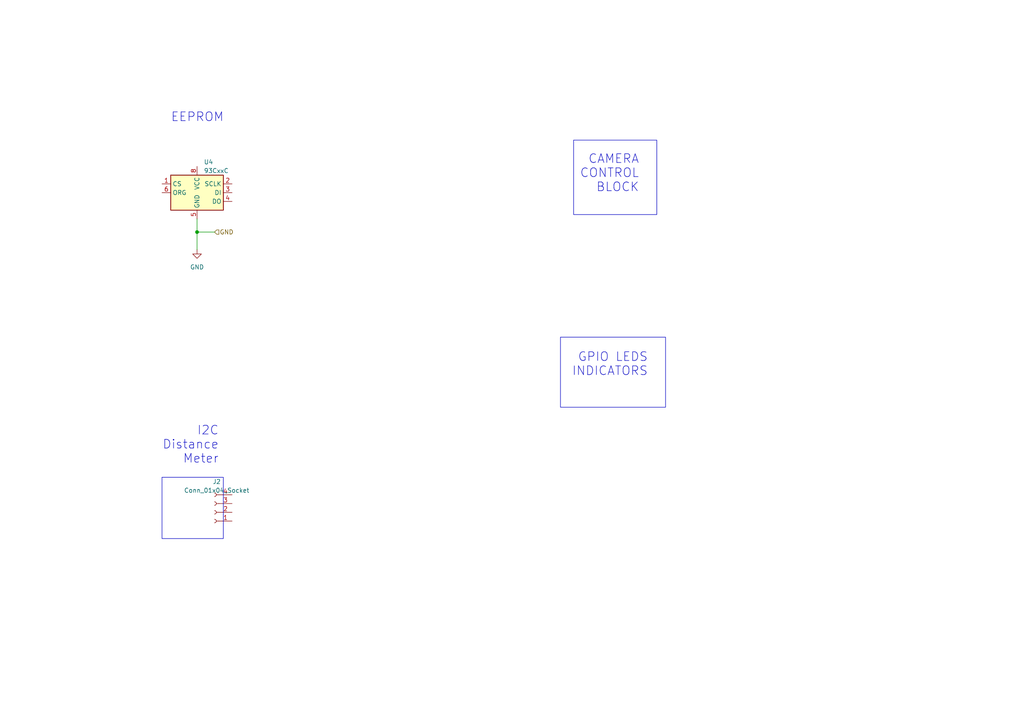
<source format=kicad_sch>
(kicad_sch (version 20230121) (generator eeschema)
  (paper "A4")
  (lib_symbols
    (symbol "Connector:Conn_01x04_Socket" (pin_names (offset 1.016) hide)
      (property "Reference" "J" (at 0 5.08 0))
      (property "Value" "Conn_01x04_Socket" (at 0 -7.62 0))
      (symbol "Conn_01x04_Socket_1_1"
        (arc (start 0 -4.572) (mid -0.5058 -5.08) (end 0 -5.588) (stroke (width 0.1524)))
        (arc (start 0 -2.032) (mid -0.5058 -2.54) (end 0 -3.048) (stroke (width 0.1524)))
        (polyline (pts (xy -1.27 -5.08) (xy -0.508 -5.08)) (stroke (width 0.1524)))
        (polyline (pts (xy -1.27 -2.54) (xy -0.508 -2.54)) (stroke (width 0.1524)))
        (polyline (pts (xy -1.27 0) (xy -0.508 0)) (stroke (width 0.1524)))
        (polyline (pts (xy -1.27 2.54) (xy -0.508 2.54)) (stroke (width 0.1524)))
        (arc (start 0 0.508) (mid -0.5058 0) (end 0 -0.508) (stroke (width 0.1524)))
        (arc (start 0 3.048) (mid -0.5058 2.54) (end 0 2.032) (stroke (width 0.1524)))
        (pin passive line (at -5.08 2.54 0) (length 3.81) (name "Pin_1") (number "1"))
        (pin passive line (at -5.08 0 0) (length 3.81) (name "Pin_2") (number "2"))
        (pin passive line (at -5.08 -2.54 0) (length 3.81) (name "Pin_3") (number "3"))
        (pin passive line (at -5.08 -5.08 0) (length 3.81) (name "Pin_4") (number "4"))
      )
    )
    (symbol "Memory_EEPROM:93CxxC"
      (property "Reference" "U" (at -7.62 6.35 0))
      (property "Value" "93CxxC" (at 2.54 -6.35 0))
      (symbol "93CxxC_1_1"
        (rectangle (start -7.62 5.08) (end 7.62 -5.08) (stroke (width 0.254)) (fill (type background)))
        (pin input line (at -10.16 2.54 0) (length 2.54) (name "CS") (number "1"))
        (pin input line (at 10.16 2.54 180) (length 2.54) (name "SCLK") (number "2"))
        (pin input line (at 10.16 0 180) (length 2.54) (name "DI") (number "3"))
        (pin tri_state line (at 10.16 -2.54 180) (length 2.54) (name "DO") (number "4"))
        (pin power_in line (at 0 -7.62 90) (length 2.54) (name "GND") (number "5"))
        (pin input line (at -10.16 0 0) (length 2.54) (name "ORG") (number "6"))
        (pin no_connect line (at -7.62 -2.54 0) (length 2.54) hide (name "NC") (number "7"))
        (pin power_in line (at 0 7.62 270) (length 2.54) (name "VCC") (number "8"))
      )
    )
    (symbol "power:GND" (power) (pin_names (offset 0))
      (property "Value" "GND" (at 0 -3.81 0))
      (symbol "GND_0_1"
        (polyline (pts (xy 0 0) (xy 0 -1.27) (xy 1.27 -1.27) (xy 0 -2.54) (xy -1.27 -1.27) (xy 0 -1.27)))
      )
      (symbol "GND_1_1"
        (pin power_in line (at 0 0 270) (length 0) hide (name "GND") (number "1"))
      )
    )
  )
  (junction (at 57.15 67.31))
  (wire (pts (xy 57.15 67.31) (xy 62.23 67.31)))
  (wire (pts (xy 57.15 63.5) (xy 57.15 67.31)))
  (wire (pts (xy 57.15 67.31) (xy 57.15 72.39)))
  (rectangle (start 46.99 138.43) (end 64.77 156.21))
  (rectangle (start 162.56 97.79) (end 193.04 118.11))
  (rectangle (start 166.37 40.64) (end 190.5 62.23))
  (text "GPIO LEDS\nINDICATORS" (at 187.96 109.22 0) (effects (font (size 2.54 2.54)) (justify right bottom)))
  (text "I2C\nDistance\nMeter" (at 63.5 134.62 0) (effects (font (size 2.54 2.54)) (justify right bottom)))
  (text "CAMERA\nCONTROL\n BLOCK" (at 185.42 55.88 0) (effects (font (size 2.54 2.54)) (justify right bottom)))
  (text "EEPROM" (at 49.53 35.56 0) (effects (font (size 2.54 2.54)) (justify left bottom)))
  (hierarchical_label "GND" (shape input) (at 62.23 67.31 0))
  (symbol (lib_id "power:GND") (at 57.15 72.39 0) (unit 1)
    (property "Reference" "#PWR02" (effects hide))
    (property "Value" "GND" (at 57.15 77.47 0))
    (instances (project "MR_SLDR" (path "" (reference "#PWR02") (unit 1)) (path "" (reference "#PWR04") (unit 1))))
  )
  (symbol (lib_id "Memory_EEPROM:93CxxC") (at 57.15 55.88 0) (unit 1)
    (property "Reference" "U4" (at 59.1059 46.99 0) (effects (justify left)))
    (property "Value" "93CxxC" (at 59.1059 49.53 0) (effects (justify left)))
    (property "Datasheet" "http://ww1.microchip.com/downloads/en/DeviceDoc/20001749K.pdf" (effects hide))
  )
  (symbol (lib_id "Connector:Conn_01x04_Socket") (at 62.23 148.59 180) (unit 1)
    (property "Reference" "J2" (at 62.865 139.7 0))
    (property "Value" "Conn_01x04_Socket" (at 62.865 142.24 0))
  )
)
</source>
